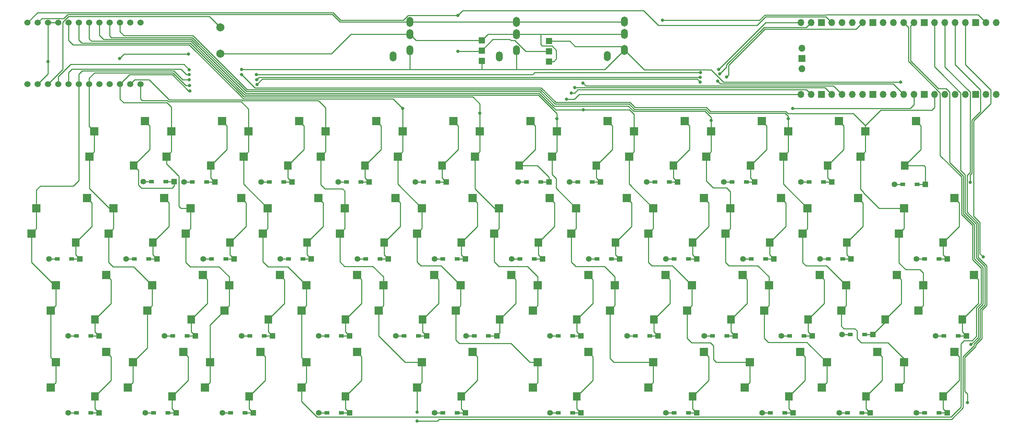
<source format=gbr>
G04 #@! TF.GenerationSoftware,KiCad,Pcbnew,(5.1.6-0-10_14)*
G04 #@! TF.CreationDate,2022-07-23T13:37:28+09:00*
G04 #@! TF.ProjectId,cool445,636f6f6c-3434-4352-9e6b-696361645f70,rev?*
G04 #@! TF.SameCoordinates,Original*
G04 #@! TF.FileFunction,Copper,L2,Bot*
G04 #@! TF.FilePolarity,Positive*
%FSLAX46Y46*%
G04 Gerber Fmt 4.6, Leading zero omitted, Abs format (unit mm)*
G04 Created by KiCad (PCBNEW (5.1.6-0-10_14)) date 2022-07-23 13:37:28*
%MOMM*%
%LPD*%
G01*
G04 APERTURE LIST*
G04 #@! TA.AperFunction,SMDPad,CuDef*
%ADD10R,1.300000X0.950000*%
G04 #@! TD*
G04 #@! TA.AperFunction,ComponentPad*
%ADD11C,1.397000*%
G04 #@! TD*
G04 #@! TA.AperFunction,ComponentPad*
%ADD12R,1.397000X1.397000*%
G04 #@! TD*
G04 #@! TA.AperFunction,SMDPad,CuDef*
%ADD13R,2.000000X2.000000*%
G04 #@! TD*
G04 #@! TA.AperFunction,SMDPad,CuDef*
%ADD14R,1.900000X2.000000*%
G04 #@! TD*
G04 #@! TA.AperFunction,ComponentPad*
%ADD15C,2.000000*%
G04 #@! TD*
G04 #@! TA.AperFunction,ComponentPad*
%ADD16O,1.700000X1.700000*%
G04 #@! TD*
G04 #@! TA.AperFunction,ComponentPad*
%ADD17R,1.700000X1.700000*%
G04 #@! TD*
G04 #@! TA.AperFunction,ComponentPad*
%ADD18C,1.524000*%
G04 #@! TD*
G04 #@! TA.AperFunction,ComponentPad*
%ADD19O,1.700000X2.500000*%
G04 #@! TD*
G04 #@! TA.AperFunction,SMDPad,CuDef*
%ADD20R,1.524000X1.524000*%
G04 #@! TD*
G04 #@! TA.AperFunction,ViaPad*
%ADD21C,0.800000*%
G04 #@! TD*
G04 #@! TA.AperFunction,Conductor*
%ADD22C,0.250000*%
G04 #@! TD*
G04 APERTURE END LIST*
D10*
X174438000Y-67150000D03*
D11*
X172403000Y-67150000D03*
D12*
X180023000Y-67150000D03*
D10*
X177988000Y-67150000D03*
X145863000Y-67150000D03*
D11*
X143828000Y-67150000D03*
D12*
X151448000Y-67150000D03*
D10*
X149413000Y-67150000D03*
X117288000Y-67150000D03*
D11*
X115253000Y-67150000D03*
D12*
X122873000Y-67150000D03*
D10*
X120838000Y-67150000D03*
X88713000Y-67150000D03*
D11*
X86678000Y-67150000D03*
D12*
X94298000Y-67150000D03*
D10*
X92263000Y-67150000D03*
X26800499Y-48100000D03*
D11*
X24765499Y-48100000D03*
D12*
X32385499Y-48100000D03*
D10*
X30350499Y-48100000D03*
X230955000Y-10560000D03*
D11*
X228920000Y-10560000D03*
D12*
X236540000Y-10560000D03*
D10*
X234505000Y-10560000D03*
X45325000Y-9940000D03*
D11*
X43290000Y-9940000D03*
D12*
X50910000Y-9940000D03*
D10*
X48875000Y-9940000D03*
X236350000Y-67150000D03*
D11*
X234315000Y-67150000D03*
D12*
X241935000Y-67150000D03*
D10*
X239900000Y-67150000D03*
X217300000Y-67150000D03*
D11*
X215265000Y-67150000D03*
D12*
X222885000Y-67150000D03*
D10*
X220850000Y-67150000D03*
X198250000Y-67150000D03*
D11*
X196215000Y-67150000D03*
D12*
X203835000Y-67150000D03*
D10*
X201800000Y-67150000D03*
X64900000Y-67150000D03*
D11*
X62865000Y-67150000D03*
D12*
X70485000Y-67150000D03*
D10*
X68450000Y-67150000D03*
X112525000Y-10000000D03*
D11*
X110490000Y-10000000D03*
D12*
X118110000Y-10000000D03*
D10*
X116075000Y-10000000D03*
X93475000Y-10000000D03*
D11*
X91440000Y-10000000D03*
D12*
X99060000Y-10000000D03*
D10*
X97025000Y-10000000D03*
D11*
X153352500Y-29050000D03*
D12*
X160972500Y-29050000D03*
D10*
X158937500Y-29050000D03*
X155387500Y-29050000D03*
D11*
X172402500Y-29050000D03*
D12*
X180022500Y-29050000D03*
D10*
X177987500Y-29050000D03*
X174437500Y-29050000D03*
D11*
X191452500Y-29050000D03*
D12*
X199072500Y-29050000D03*
D10*
X197037500Y-29050000D03*
X193487500Y-29050000D03*
D13*
X87150000Y-3700000D03*
D14*
X98050000Y-5900000D03*
D13*
X88350000Y2540000D03*
X100850000Y5080000D03*
X143712500Y-13970000D03*
X131212500Y-16510000D03*
D14*
X140912500Y-24950000D03*
D13*
X130012500Y-22750000D03*
X44287500Y-41800000D03*
D14*
X55187500Y-44000000D03*
D13*
X45487500Y-35560000D03*
X57987500Y-33020000D03*
X134187500Y-33020000D03*
X121687500Y-35560000D03*
D14*
X131387500Y-44000000D03*
D13*
X120487500Y-41800000D03*
X20475000Y-60850000D03*
D14*
X31375000Y-63050000D03*
D13*
X21675000Y-54610000D03*
X34175000Y-52070000D03*
X39525000Y-60850000D03*
D14*
X50425000Y-63050000D03*
D13*
X40725000Y-54610000D03*
X53225000Y-52070000D03*
D15*
X62340000Y28280000D03*
X62340000Y21780000D03*
D13*
X243725500Y-13970000D03*
X231225500Y-16510000D03*
D14*
X240925500Y-24950000D03*
D13*
X230025500Y-22750000D03*
X82388000Y-60850000D03*
D14*
X93288000Y-63050000D03*
D13*
X83588000Y-54610000D03*
X96088000Y-52070000D03*
X110963000Y-60850000D03*
D14*
X121863000Y-63050000D03*
D13*
X112163000Y-54610000D03*
X124663000Y-52070000D03*
X139538000Y-60850000D03*
D14*
X150438000Y-63050000D03*
D13*
X140738000Y-54610000D03*
X153238000Y-52070000D03*
D16*
X254030000Y29450000D03*
X251490000Y29450000D03*
D17*
X248950000Y29450000D03*
D16*
X246410000Y29450000D03*
X243870000Y29450000D03*
X241330000Y29450000D03*
X238790000Y29450000D03*
D17*
X236250000Y29450000D03*
D16*
X233710000Y29450000D03*
X231170000Y29450000D03*
X228630000Y29450000D03*
X226090000Y29450000D03*
D17*
X223550000Y29450000D03*
D16*
X221010000Y29450000D03*
X218470000Y29450000D03*
X215930000Y29450000D03*
X213390000Y29450000D03*
D17*
X210850000Y29450000D03*
D16*
X208310000Y29450000D03*
X205770000Y29450000D03*
X205770000Y11670000D03*
X208310000Y11670000D03*
D17*
X210850000Y11670000D03*
D16*
X213390000Y11670000D03*
X215930000Y11670000D03*
X218470000Y11670000D03*
X221010000Y11670000D03*
D17*
X223550000Y11670000D03*
D16*
X226090000Y11670000D03*
X228630000Y11670000D03*
X231170000Y11670000D03*
X233710000Y11670000D03*
D17*
X236250000Y11670000D03*
D16*
X238790000Y11670000D03*
X241330000Y11670000D03*
X243870000Y11670000D03*
X246410000Y11670000D03*
D17*
X248950000Y11670000D03*
D16*
X251490000Y11670000D03*
X254030000Y11670000D03*
X206000000Y23100000D03*
D17*
X206000000Y20560000D03*
D16*
X206000000Y18020000D03*
D18*
X14692000Y14201400D03*
X17232000Y14201400D03*
X19772000Y14201400D03*
X22312000Y14201400D03*
X24852000Y14201400D03*
X27392000Y14201400D03*
X29932000Y14201400D03*
X32472000Y14201400D03*
X35012000Y14201400D03*
X37552000Y14201400D03*
X40092000Y14201400D03*
X42632000Y14201400D03*
X42632000Y29421400D03*
X40092000Y29421400D03*
X37552000Y29421400D03*
X35012000Y29421400D03*
X32472000Y29421400D03*
X29932000Y29421400D03*
X27392000Y29421400D03*
X24852000Y29421400D03*
X22312000Y29421400D03*
X19772000Y29421400D03*
X17232000Y29421400D03*
X14692000Y29421400D03*
D10*
X98237500Y-29050000D03*
X101787500Y-29050000D03*
D12*
X103822500Y-29050000D03*
D11*
X96202500Y-29050000D03*
X115252500Y-29050000D03*
D12*
X122872500Y-29050000D03*
D10*
X120837500Y-29050000D03*
X117287500Y-29050000D03*
D13*
X219912500Y-13970000D03*
X207412500Y-16510000D03*
D14*
X217112500Y-24950000D03*
D13*
X206212500Y-22750000D03*
X153237500Y-33020000D03*
X140737500Y-35560000D03*
D14*
X150437500Y-44000000D03*
D13*
X139537500Y-41800000D03*
X172287500Y-33020000D03*
X159787500Y-35560000D03*
D14*
X169487500Y-44000000D03*
D13*
X158587500Y-41800000D03*
X224675000Y-52070000D03*
X212175000Y-54610000D03*
D14*
X221875000Y-63050000D03*
D13*
X210975000Y-60850000D03*
X230025000Y-60850000D03*
D14*
X240925000Y-63050000D03*
D13*
X231225000Y-54610000D03*
X243725000Y-52070000D03*
X30000000Y-3700000D03*
D14*
X40900000Y-5900000D03*
D13*
X31200000Y2540000D03*
X43700000Y5080000D03*
X158000000Y5080000D03*
X145500000Y2540000D03*
D14*
X155200000Y-5900000D03*
D13*
X144300000Y-3700000D03*
D10*
X45850000Y-67150000D03*
D11*
X43815000Y-67150000D03*
D12*
X51435000Y-67150000D03*
D10*
X49400000Y-67150000D03*
X26800000Y-67150000D03*
D11*
X24765000Y-67150000D03*
D12*
X32385000Y-67150000D03*
D10*
X30350000Y-67150000D03*
X241112500Y-48100000D03*
D11*
X239077500Y-48100000D03*
D12*
X246697500Y-48100000D03*
D10*
X244662500Y-48100000D03*
X218005000Y-47730000D03*
D11*
X215970000Y-47730000D03*
D12*
X223590000Y-47730000D03*
D10*
X221555000Y-47730000D03*
X203012500Y-48100000D03*
D11*
X200977500Y-48100000D03*
D12*
X208597500Y-48100000D03*
D10*
X206562500Y-48100000D03*
X183962500Y-48100000D03*
D11*
X181927500Y-48100000D03*
D12*
X189547500Y-48100000D03*
D10*
X187512500Y-48100000D03*
X164912500Y-48100000D03*
D11*
X162877500Y-48100000D03*
D12*
X170497500Y-48100000D03*
D10*
X168462500Y-48100000D03*
X145862500Y-48100000D03*
D11*
X143827500Y-48100000D03*
D12*
X151447500Y-48100000D03*
D10*
X149412500Y-48100000D03*
X125045000Y-48080000D03*
D11*
X123010000Y-48080000D03*
D12*
X130630000Y-48080000D03*
D10*
X128595000Y-48080000D03*
X107762500Y-48100000D03*
D11*
X105727500Y-48100000D03*
D12*
X113347500Y-48100000D03*
D10*
X111312500Y-48100000D03*
X88712500Y-48100000D03*
D11*
X86677500Y-48100000D03*
D12*
X94297500Y-48100000D03*
D10*
X92262500Y-48100000D03*
X69662500Y-48100000D03*
D11*
X67627500Y-48100000D03*
D12*
X75247500Y-48100000D03*
D10*
X73212500Y-48100000D03*
X50612500Y-48100000D03*
D11*
X48577500Y-48100000D03*
D12*
X56197500Y-48100000D03*
D10*
X54162500Y-48100000D03*
X207775000Y-10000000D03*
D11*
X205740000Y-10000000D03*
D12*
X213360000Y-10000000D03*
D10*
X211325000Y-10000000D03*
X188725000Y-10000000D03*
D11*
X186690000Y-10000000D03*
D12*
X194310000Y-10000000D03*
D10*
X192275000Y-10000000D03*
X169675000Y-10000000D03*
D11*
X167640000Y-10000000D03*
D12*
X175260000Y-10000000D03*
D10*
X173225000Y-10000000D03*
X150625000Y-10000000D03*
D11*
X148590000Y-10000000D03*
D12*
X156210000Y-10000000D03*
D10*
X154175000Y-10000000D03*
X137925000Y-10000000D03*
D11*
X135890000Y-10000000D03*
D12*
X143510000Y-10000000D03*
D10*
X141475000Y-10000000D03*
D11*
X234315500Y-29050000D03*
D12*
X241935500Y-29050000D03*
D10*
X239900500Y-29050000D03*
X236350500Y-29050000D03*
D13*
X162762500Y-13970000D03*
X150262500Y-16510000D03*
D14*
X159962500Y-24950000D03*
D13*
X149062500Y-22750000D03*
X200862500Y-13970000D03*
X188362500Y-16510000D03*
D14*
X198062500Y-24950000D03*
D13*
X187162500Y-22750000D03*
X77037500Y-33020000D03*
X64537500Y-35560000D03*
D14*
X74237500Y-44000000D03*
D13*
X63337500Y-41800000D03*
X82387500Y-41800000D03*
D14*
X93287500Y-44000000D03*
D13*
X83587500Y-35560000D03*
X96087500Y-33020000D03*
X101437500Y-41800000D03*
D14*
X112337500Y-44000000D03*
D13*
X102637500Y-35560000D03*
X115137500Y-33020000D03*
X220500000Y-3700000D03*
D14*
X231400000Y-5900000D03*
D13*
X221700000Y2540000D03*
X234200000Y5080000D03*
X34175499Y-33020000D03*
X21675499Y-35560000D03*
D14*
X31375499Y-44000000D03*
D13*
X20475499Y-41800000D03*
D10*
X74425000Y-10000000D03*
D11*
X72390000Y-10000000D03*
D12*
X80010000Y-10000000D03*
D10*
X77975000Y-10000000D03*
X55375000Y-10000000D03*
D11*
X53340000Y-10000000D03*
D12*
X60960000Y-10000000D03*
D10*
X58925000Y-10000000D03*
X22037500Y-29050000D03*
X25587500Y-29050000D03*
D12*
X27622500Y-29050000D03*
D11*
X20002500Y-29050000D03*
D10*
X41087500Y-29050000D03*
X44637500Y-29050000D03*
D12*
X46672500Y-29050000D03*
D11*
X39052500Y-29050000D03*
D10*
X60137500Y-29050000D03*
X63687500Y-29050000D03*
D12*
X65722500Y-29050000D03*
D11*
X58102500Y-29050000D03*
D10*
X79187500Y-29050000D03*
X82737500Y-29050000D03*
D12*
X84772500Y-29050000D03*
D11*
X77152500Y-29050000D03*
D13*
X177050000Y5080000D03*
X164550000Y2540000D03*
D14*
X174250000Y-5900000D03*
D13*
X163350000Y-3700000D03*
D11*
X134302500Y-29050000D03*
D12*
X141922500Y-29050000D03*
D10*
X139887500Y-29050000D03*
X136337500Y-29050000D03*
D11*
X210502500Y-29050000D03*
D12*
X218122500Y-29050000D03*
D10*
X216087500Y-29050000D03*
X212537500Y-29050000D03*
D19*
X135470000Y29610000D03*
X135470000Y26610000D03*
X135470000Y22610000D03*
X131270000Y21110000D03*
D20*
X126910000Y25090000D03*
X126910000Y22550000D03*
X126910000Y20010000D03*
X143520000Y24870000D03*
X143520000Y22330000D03*
X143520000Y19790000D03*
D13*
X62750000Y5080000D03*
X50250000Y2540000D03*
D14*
X59950000Y-5900000D03*
D13*
X49050000Y-3700000D03*
X68100000Y-3700000D03*
D14*
X79000000Y-5900000D03*
D13*
X69300000Y2540000D03*
X81800000Y5080000D03*
X119900000Y5080000D03*
X107400000Y2540000D03*
D14*
X117100000Y-5900000D03*
D13*
X106200000Y-3700000D03*
X125250000Y-3700000D03*
D14*
X136150000Y-5900000D03*
D13*
X126450000Y2540000D03*
X138950000Y5080000D03*
X196100000Y5080000D03*
X183600000Y2540000D03*
D14*
X193300000Y-5900000D03*
D13*
X182400000Y-3700000D03*
X201450000Y-3700000D03*
D14*
X212350000Y-5900000D03*
D13*
X202650000Y2540000D03*
X215150000Y5080000D03*
X29412500Y-13970000D03*
X16912500Y-16510000D03*
D14*
X26612500Y-24950000D03*
D13*
X15712500Y-22750000D03*
X34762500Y-22750000D03*
D14*
X45662500Y-24950000D03*
D13*
X35962500Y-16510000D03*
X48462500Y-13970000D03*
X67512500Y-13970000D03*
X55012500Y-16510000D03*
D14*
X64712500Y-24950000D03*
D13*
X53812500Y-22750000D03*
X72862500Y-22750000D03*
D14*
X83762500Y-24950000D03*
D13*
X74062500Y-16510000D03*
X86562500Y-13970000D03*
X91912500Y-22750000D03*
D14*
X102812500Y-24950000D03*
D13*
X93112500Y-16510000D03*
X105612500Y-13970000D03*
X124662500Y-13970000D03*
X112162500Y-16510000D03*
D14*
X121862500Y-24950000D03*
D13*
X110962500Y-22750000D03*
X181812500Y-13970000D03*
X169312500Y-16510000D03*
D14*
X179012500Y-24950000D03*
D13*
X168112500Y-22750000D03*
X177637500Y-41800000D03*
D14*
X188537500Y-44000000D03*
D13*
X178837500Y-35560000D03*
X191337500Y-33020000D03*
X210387500Y-33020000D03*
X197887500Y-35560000D03*
D14*
X207587500Y-44000000D03*
D13*
X196687500Y-41800000D03*
X215737500Y-41800000D03*
D14*
X226637500Y-44000000D03*
D13*
X216937500Y-35560000D03*
X229437500Y-33020000D03*
X248487500Y-33020000D03*
X235987500Y-35560000D03*
D14*
X245687500Y-44000000D03*
D13*
X234787500Y-41800000D03*
X58575000Y-60850000D03*
D14*
X69475000Y-63050000D03*
D13*
X59775000Y-54610000D03*
X72275000Y-52070000D03*
X191925000Y-60850000D03*
D14*
X202825000Y-63050000D03*
D13*
X193125000Y-54610000D03*
X205625000Y-52070000D03*
X181813000Y-52070000D03*
X169313000Y-54610000D03*
D14*
X179013000Y-63050000D03*
D13*
X168113000Y-60850000D03*
D19*
X104990000Y21110000D03*
X109190000Y22610000D03*
X109190000Y26610000D03*
X109190000Y29610000D03*
X162170000Y29670000D03*
X162170000Y26670000D03*
X162170000Y22670000D03*
X157970000Y21170000D03*
D21*
X247615000Y-10125000D03*
X250780000Y-28540000D03*
X247800000Y-50230000D03*
X246940000Y-64590000D03*
X171580000Y30050000D03*
X54440000Y21700000D03*
X37450000Y20600000D03*
X19772000Y19792000D03*
X230440030Y14710030D03*
X67560000Y17840000D03*
X54680000Y17810000D03*
X120980000Y22330000D03*
X120980000Y31210000D03*
X54820000Y12560000D03*
X71370000Y14160000D03*
X180920000Y14760000D03*
X187380000Y16000000D03*
X110910000Y-69190000D03*
X110910000Y-67010000D03*
X107400000Y8200000D03*
X147880000Y10500000D03*
X126450000Y7040000D03*
X149010000Y12040000D03*
X145500000Y5690000D03*
X149890000Y13360000D03*
X151960000Y14500000D03*
X151970000Y7850000D03*
X183600000Y5210000D03*
X185170000Y14980000D03*
X202650000Y5660000D03*
X203720000Y8230000D03*
X71250000Y16600000D03*
X54680000Y15280000D03*
X180950000Y17075000D03*
X185460000Y17890000D03*
X54760000Y13870000D03*
X71320000Y15340000D03*
X180920000Y15920000D03*
X185740000Y16750000D03*
X67555000Y16625000D03*
X54670000Y16590000D03*
D22*
X59950000Y-5900000D02*
X59950000Y-8990000D01*
X59950000Y-8990000D02*
X60960000Y-10000000D01*
X58925000Y-10000000D02*
X60960000Y-10000000D01*
X62750000Y5080000D02*
X63925001Y3904999D01*
X63925001Y3904999D02*
X63925001Y-1924999D01*
X63925001Y-1924999D02*
X59950000Y-5900000D01*
X148590000Y-10000000D02*
X150625000Y-10000000D01*
X110490000Y-10000000D02*
X112525000Y-10000000D01*
X91440000Y-10000000D02*
X93475000Y-10000000D01*
X135890000Y-10000000D02*
X137925000Y-10000000D01*
X53340000Y-10000000D02*
X55375000Y-10000000D01*
X43290000Y-9940000D02*
X45325000Y-9940000D01*
X72390000Y-10000000D02*
X74425000Y-10000000D01*
X243870000Y29450000D02*
X243870000Y19035002D01*
X243870000Y19035002D02*
X250125001Y12780001D01*
X228920000Y-10560000D02*
X230955000Y-10560000D01*
X205740000Y-10000000D02*
X207775000Y-10000000D01*
X186690000Y-10000000D02*
X188725000Y-10000000D01*
X167640000Y-10000000D02*
X169675000Y-10000000D01*
X250125001Y12780001D02*
X250125001Y7445001D01*
X247615000Y-10125000D02*
X247615000Y-8241410D01*
X247615000Y-8241410D02*
X248035011Y-7821399D01*
X248035011Y5355011D02*
X249420000Y6740000D01*
X249420000Y6740000D02*
X250125001Y7445001D01*
X248035011Y-7821399D02*
X248035011Y5355011D01*
X249060000Y6380000D02*
X249420000Y6740000D01*
X79000000Y-5900000D02*
X79000000Y-8990000D01*
X79000000Y-8990000D02*
X80010000Y-10000000D01*
X77975000Y-10000000D02*
X80010000Y-10000000D01*
X81800000Y5080000D02*
X82975001Y3904999D01*
X82975001Y3904999D02*
X82975001Y-1924999D01*
X82975001Y-1924999D02*
X79000000Y-5900000D01*
X98050000Y-5900000D02*
X98050000Y-8990000D01*
X98050000Y-8990000D02*
X99060000Y-10000000D01*
X97025000Y-10000000D02*
X99060000Y-10000000D01*
X100850000Y5080000D02*
X102025001Y3904999D01*
X102025001Y3904999D02*
X102025001Y-1924999D01*
X102025001Y-1924999D02*
X98050000Y-5900000D01*
X117100000Y-5900000D02*
X117100000Y-8990000D01*
X117100000Y-8990000D02*
X118110000Y-10000000D01*
X116075000Y-10000000D02*
X118110000Y-10000000D01*
X119900000Y5080000D02*
X121075001Y3904999D01*
X121075001Y-1924999D02*
X117100000Y-5900000D01*
X121075001Y3904999D02*
X121075001Y-1924999D01*
X143510000Y-8780000D02*
X140630000Y-5900000D01*
X140630000Y-5900000D02*
X136150000Y-5900000D01*
X143510000Y-10000000D02*
X143510000Y-8780000D01*
X141475000Y-10000000D02*
X143510000Y-10000000D01*
X138950000Y5080000D02*
X140125001Y3904999D01*
X140125001Y3904999D02*
X140125001Y-1924999D01*
X140125001Y-1924999D02*
X136150000Y-5900000D01*
X158000000Y5080000D02*
X159175001Y3904999D01*
X155200000Y-5900000D02*
X155200000Y-8990000D01*
X155200000Y-8990000D02*
X156210000Y-10000000D01*
X154175000Y-10000000D02*
X156210000Y-10000000D01*
X159175001Y3904999D02*
X159175001Y-1924999D01*
X159175001Y-1924999D02*
X155200000Y-5900000D01*
X177050000Y5080000D02*
X178225001Y3904999D01*
X174250000Y-5900000D02*
X174250000Y-8990000D01*
X174250000Y-8990000D02*
X175260000Y-10000000D01*
X173225000Y-10000000D02*
X175260000Y-10000000D01*
X178225001Y3904999D02*
X178225001Y-1924999D01*
X178225001Y-1924999D02*
X174250000Y-5900000D01*
X193300000Y-5900000D02*
X193300000Y-8990000D01*
X193300000Y-8990000D02*
X194310000Y-10000000D01*
X192275000Y-10000000D02*
X194310000Y-10000000D01*
X196100000Y5080000D02*
X197275001Y3904999D01*
X197275001Y-1924999D02*
X193300000Y-5900000D01*
X197275001Y3904999D02*
X197275001Y-1924999D01*
X212350000Y-5900000D02*
X212350000Y-8990000D01*
X212350000Y-8990000D02*
X213360000Y-10000000D01*
X211325000Y-10000000D02*
X213360000Y-10000000D01*
X215150000Y5080000D02*
X216325001Y3904999D01*
X216325001Y3904999D02*
X216325001Y-1924999D01*
X216325001Y-1924999D02*
X212350000Y-5900000D01*
X25587500Y-29050000D02*
X27622500Y-29050000D01*
X26612500Y-24950000D02*
X26612500Y-28040000D01*
X26612500Y-28040000D02*
X27622500Y-29050000D01*
X29450000Y-13932500D02*
X29412500Y-13970000D01*
X29412500Y-13970000D02*
X30587501Y-15145001D01*
X30587501Y-15145001D02*
X30587501Y-20974999D01*
X30587501Y-20974999D02*
X26612500Y-24950000D01*
X234315500Y-29050000D02*
X236350500Y-29050000D01*
X212537500Y-29050000D02*
X211670000Y-29050000D01*
X211670000Y-29050000D02*
X211063910Y-29050000D01*
X210502500Y-29050000D02*
X211670000Y-29050000D01*
X211063910Y-29050000D02*
X210783205Y-28769295D01*
X20002500Y-29050000D02*
X22037500Y-29050000D01*
X39052500Y-29050000D02*
X41087500Y-29050000D01*
X58102500Y-29050000D02*
X60137500Y-29050000D01*
X77152500Y-29050000D02*
X79187500Y-29050000D01*
X96202500Y-29050000D02*
X98237500Y-29050000D01*
X115252500Y-29050000D02*
X117287500Y-29050000D01*
X134302500Y-29050000D02*
X136337500Y-29050000D01*
X153352500Y-29050000D02*
X155387500Y-29050000D01*
X172402500Y-29050000D02*
X174437500Y-29050000D01*
X191452500Y-29050000D02*
X193487500Y-29050000D01*
X252665001Y9348591D02*
X252665001Y12845001D01*
X252665001Y12845001D02*
X252594999Y12845001D01*
X252594999Y12845001D02*
X246410000Y19030000D01*
X246410000Y19030000D02*
X246410000Y29450000D01*
X248430000Y-10180000D02*
X248430000Y-18454360D01*
X249753205Y6436795D02*
X249753205Y6413205D01*
X249753205Y6413205D02*
X248485021Y5145021D01*
X249753205Y6436795D02*
X252665001Y9348591D01*
X248430000Y-18454360D02*
X249990040Y-20014400D01*
X249510010Y6193600D02*
X249753205Y6436795D01*
X249990040Y-20014400D02*
X249990040Y-27750040D01*
X249990040Y-27750040D02*
X250780000Y-28540000D01*
X248485021Y5155021D02*
X248485021Y-10124979D01*
X249753205Y6436795D02*
X249753205Y6423205D01*
X248485021Y-10124979D02*
X248430000Y-10180000D01*
X249753205Y6423205D02*
X248485021Y5155021D01*
X45662500Y-24950000D02*
X45662500Y-28040000D01*
X45662500Y-28040000D02*
X46672500Y-29050000D01*
X44637500Y-29050000D02*
X46672500Y-29050000D01*
X48490000Y-13942500D02*
X48462500Y-13970000D01*
X48462500Y-13970000D02*
X49637501Y-15145001D01*
X49637501Y-15145001D02*
X49637501Y-20974999D01*
X49637501Y-20974999D02*
X45662500Y-24950000D01*
X64712500Y-24950000D02*
X64712500Y-28040000D01*
X64712500Y-28040000D02*
X65722500Y-29050000D01*
X63687500Y-29050000D02*
X65722500Y-29050000D01*
X67700000Y-13782500D02*
X67512500Y-13970000D01*
X67512500Y-13970000D02*
X68687501Y-15145001D01*
X68687501Y-15145001D02*
X68687501Y-20974999D01*
X68687501Y-20974999D02*
X64712500Y-24950000D01*
X83762500Y-24950000D02*
X83762500Y-28040000D01*
X83762500Y-28040000D02*
X84772500Y-29050000D01*
X82737500Y-29050000D02*
X84772500Y-29050000D01*
X86600000Y-13932500D02*
X86562500Y-13970000D01*
X86562500Y-13970000D02*
X87737501Y-15145001D01*
X87737501Y-15145001D02*
X87737501Y-20974999D01*
X87737501Y-20974999D02*
X83762500Y-24950000D01*
X102812500Y-24950000D02*
X102812500Y-28040000D01*
X102812500Y-28040000D02*
X103822500Y-29050000D01*
X101787500Y-29050000D02*
X103822500Y-29050000D01*
X105710000Y-13872500D02*
X105612500Y-13970000D01*
X105612500Y-13970000D02*
X106787501Y-15145001D01*
X106787501Y-15145001D02*
X106787501Y-20974999D01*
X106787501Y-20974999D02*
X102812500Y-24950000D01*
X121862500Y-24950000D02*
X121862500Y-28040000D01*
X121862500Y-28040000D02*
X122872500Y-29050000D01*
X120837500Y-29050000D02*
X122872500Y-29050000D01*
X124790000Y-13842500D02*
X124662500Y-13970000D01*
X124662500Y-13970000D02*
X125837501Y-15145001D01*
X125837501Y-15145001D02*
X125837501Y-20974999D01*
X125837501Y-20974999D02*
X121862500Y-24950000D01*
X140912500Y-24950000D02*
X140912500Y-28040000D01*
X140912500Y-28040000D02*
X141922500Y-29050000D01*
X139887500Y-29050000D02*
X141922500Y-29050000D01*
X143770000Y-13912500D02*
X143712500Y-13970000D01*
X143712500Y-13970000D02*
X144887501Y-15145001D01*
X144887501Y-15145001D02*
X144887501Y-20974999D01*
X144887501Y-20974999D02*
X140912500Y-24950000D01*
X159962500Y-24950000D02*
X159962500Y-28040000D01*
X159962500Y-28040000D02*
X160972500Y-29050000D01*
X158937500Y-29050000D02*
X160972500Y-29050000D01*
X163030000Y-13702500D02*
X162762500Y-13970000D01*
X162762500Y-13970000D02*
X163937501Y-15145001D01*
X163937501Y-15145001D02*
X163937501Y-20974999D01*
X163937501Y-20974999D02*
X159962500Y-24950000D01*
X179012500Y-24950000D02*
X179012500Y-28040000D01*
X179012500Y-28040000D02*
X180022500Y-29050000D01*
X177987500Y-29050000D02*
X180022500Y-29050000D01*
X182160000Y-13622500D02*
X181812500Y-13970000D01*
X181812500Y-13970000D02*
X182987501Y-15145001D01*
X182987501Y-20974999D02*
X179012500Y-24950000D01*
X182987501Y-15145001D02*
X182987501Y-20974999D01*
X200862500Y-13970000D02*
X202037501Y-15145001D01*
X202037501Y-15145001D02*
X202037501Y-20974999D01*
X202037501Y-20974999D02*
X198062500Y-24950000D01*
X198062500Y-24950000D02*
X198062500Y-28040000D01*
X198062500Y-28040000D02*
X199072500Y-29050000D01*
X197037500Y-29050000D02*
X199072500Y-29050000D01*
X201070000Y-13762500D02*
X200862500Y-13970000D01*
X218122500Y-29050000D02*
X216087500Y-29050000D01*
X217112500Y-24950000D02*
X217112500Y-28040000D01*
X217112500Y-28040000D02*
X218122500Y-29050000D01*
X219980000Y-13902500D02*
X219912500Y-13970000D01*
X219912500Y-13970000D02*
X221087501Y-15145001D01*
X221087501Y-15145001D02*
X221087501Y-20974999D01*
X221087501Y-20974999D02*
X217112500Y-24950000D01*
X56197500Y-48100000D02*
X54162500Y-48100000D01*
X55187500Y-44000000D02*
X55187500Y-47090000D01*
X55187500Y-47090000D02*
X56197500Y-48100000D01*
X57987500Y-33020000D02*
X59162501Y-34195001D01*
X59162501Y-34195001D02*
X59162501Y-40024999D01*
X59162501Y-40024999D02*
X55187500Y-44000000D01*
X234537706Y18297706D02*
X234740404Y18095008D01*
X232860001Y19975411D02*
X234537706Y18297706D01*
X233710000Y29450000D02*
X232860001Y28600001D01*
X232860001Y28600001D02*
X232860001Y19975411D01*
X200977500Y-48100000D02*
X203012500Y-48100000D01*
X181927500Y-48100000D02*
X183962500Y-48100000D01*
X162877500Y-48100000D02*
X164912500Y-48100000D01*
X143827500Y-48100000D02*
X145862500Y-48100000D01*
X125045000Y-48080000D02*
X123010000Y-48080000D01*
X105727500Y-48100000D02*
X107762500Y-48100000D01*
X86677500Y-48100000D02*
X88712500Y-48100000D01*
X67627500Y-48100000D02*
X69662500Y-48100000D01*
X48577500Y-48100000D02*
X50612500Y-48100000D01*
X24765499Y-48100000D02*
X26800499Y-48100000D01*
X239077500Y-48100000D02*
X241112500Y-48100000D01*
X215970000Y-47730000D02*
X218005000Y-47730000D01*
X248640010Y-20573600D02*
X245900010Y-17833600D01*
X249355000Y-48651410D02*
X249600010Y-48406400D01*
X242505001Y-5168591D02*
X242505001Y12234001D01*
X239755412Y13080000D02*
X234537706Y18297706D01*
X249600010Y-48406400D02*
X249600010Y-41360310D01*
X241659002Y13080000D02*
X239755412Y13080000D01*
X247800000Y-50230000D02*
X249355000Y-48675000D01*
X245900010Y-8563600D02*
X242505001Y-5168591D01*
X250760010Y-40200310D02*
X250760010Y-31123600D01*
X248640010Y-29003600D02*
X248640010Y-20573600D01*
X250760010Y-31123600D02*
X248640010Y-29003600D01*
X242505001Y12234001D02*
X241659002Y13080000D01*
X249600010Y-41360310D02*
X250760010Y-40200310D01*
X249355000Y-48675000D02*
X249355000Y-48651410D01*
X245900010Y-17833600D02*
X245900010Y-8563600D01*
X75247500Y-48100000D02*
X73212500Y-48100000D01*
X74237500Y-44000000D02*
X74237500Y-47090000D01*
X74237500Y-47090000D02*
X75247500Y-48100000D01*
X77037500Y-33020000D02*
X78212501Y-34195001D01*
X78212501Y-34195001D02*
X78212501Y-40024999D01*
X78212501Y-40024999D02*
X74237500Y-44000000D01*
X93287500Y-44000000D02*
X93287500Y-47090000D01*
X93287500Y-47090000D02*
X94297500Y-48100000D01*
X92262500Y-48100000D02*
X94297500Y-48100000D01*
X96087500Y-33020000D02*
X97262501Y-34195001D01*
X97262501Y-34195001D02*
X97262501Y-40024999D01*
X97262501Y-40024999D02*
X93287500Y-44000000D01*
X113347500Y-48100000D02*
X111312500Y-48100000D01*
X112337500Y-44000000D02*
X112337500Y-47090000D01*
X112337500Y-47090000D02*
X113347500Y-48100000D01*
X115137500Y-33020000D02*
X116312501Y-34195001D01*
X116312501Y-34195001D02*
X116312501Y-40024999D01*
X116312501Y-40024999D02*
X112337500Y-44000000D01*
X130630000Y-48080000D02*
X128595000Y-48080000D01*
X131387500Y-44000000D02*
X131387500Y-47322500D01*
X131387500Y-47322500D02*
X130630000Y-48080000D01*
X134187500Y-33020000D02*
X135362501Y-34195001D01*
X135362501Y-34195001D02*
X135362501Y-40024999D01*
X135362501Y-40024999D02*
X131387500Y-44000000D01*
X154412501Y-40024999D02*
X150437500Y-44000000D01*
X151447500Y-48100000D02*
X149412500Y-48100000D01*
X150437500Y-44000000D02*
X150437500Y-47090000D01*
X150437500Y-47090000D02*
X151447500Y-48100000D01*
X153237500Y-33020000D02*
X154412501Y-34195001D01*
X154412501Y-34195001D02*
X154412501Y-40024999D01*
X170497500Y-48100000D02*
X168462500Y-48100000D01*
X169487500Y-44000000D02*
X169487500Y-47090000D01*
X169487500Y-47090000D02*
X170497500Y-48100000D01*
X172287500Y-33020000D02*
X173462501Y-34195001D01*
X173462501Y-34195001D02*
X173462501Y-40024999D01*
X173462501Y-40024999D02*
X169487500Y-44000000D01*
X188537500Y-44000000D02*
X188537500Y-47090000D01*
X188537500Y-47090000D02*
X189547500Y-48100000D01*
X187512500Y-48100000D02*
X189547500Y-48100000D01*
X191337500Y-33020000D02*
X192512501Y-34195001D01*
X192512501Y-40024999D02*
X188537500Y-44000000D01*
X192512501Y-34195001D02*
X192512501Y-40024999D01*
X207587500Y-44000000D02*
X207587500Y-47090000D01*
X207587500Y-47090000D02*
X208597500Y-48100000D01*
X206562500Y-48100000D02*
X208597500Y-48100000D01*
X210387500Y-33020000D02*
X211562501Y-34195001D01*
X211562501Y-34195001D02*
X211562501Y-40024999D01*
X211562501Y-40024999D02*
X207587500Y-44000000D01*
X226637500Y-44000000D02*
X226637500Y-44682500D01*
X226637500Y-44682500D02*
X223590000Y-47730000D01*
X221555000Y-47730000D02*
X223590000Y-47730000D01*
X229437500Y-33020000D02*
X230612501Y-34195001D01*
X230612501Y-34195001D02*
X230612501Y-40024999D01*
X230612501Y-40024999D02*
X226637500Y-44000000D01*
X245687500Y-44000000D02*
X245687500Y-47090000D01*
X245687500Y-47090000D02*
X246697500Y-48100000D01*
X244662500Y-48100000D02*
X246697500Y-48100000D01*
X248487500Y-33020000D02*
X249662501Y-34195001D01*
X249662501Y-34195001D02*
X249662501Y-40024999D01*
X249662501Y-40024999D02*
X245687500Y-44000000D01*
X32385000Y-67150000D02*
X30350000Y-67150000D01*
X31375000Y-63050000D02*
X31375000Y-66140000D01*
X31375000Y-66140000D02*
X32385000Y-67150000D01*
X34175000Y-52070000D02*
X35350001Y-53245001D01*
X35350001Y-53245001D02*
X35350001Y-59074999D01*
X35350001Y-59074999D02*
X31375000Y-63050000D01*
X26800000Y-67150000D02*
X24765000Y-67150000D01*
X45850000Y-67150000D02*
X43815000Y-67150000D01*
X64900000Y-67150000D02*
X62865000Y-67150000D01*
X88713000Y-67150000D02*
X86678000Y-67150000D01*
X115253000Y-67150000D02*
X117288000Y-67150000D01*
X143828000Y-67150000D02*
X145863000Y-67150000D01*
X174438000Y-67150000D02*
X172403000Y-67150000D01*
X198250000Y-67150000D02*
X196215000Y-67150000D01*
X217300000Y-67150000D02*
X215265000Y-67150000D01*
X236350000Y-67150000D02*
X234315000Y-67150000D01*
X248975011Y-50731399D02*
X246250030Y-53456380D01*
X248975011Y-50327809D02*
X248975011Y-50731399D01*
X246250030Y-61830030D02*
X246940000Y-62520000D01*
X250500030Y-48802790D02*
X248975011Y-50327809D01*
X251660029Y-30750799D02*
X251660030Y-40573110D01*
X246250030Y-53456380D02*
X246250030Y-61830030D01*
X246940000Y-62700000D02*
X246940000Y-64590000D01*
X249540030Y-20200800D02*
X249540030Y-28630800D01*
X251660030Y-40573110D02*
X250500030Y-41733110D01*
X249540030Y-28630800D02*
X251660029Y-30750799D01*
X250500030Y-41733110D02*
X250500030Y-48802790D01*
X241330000Y29450000D02*
X241330000Y18489002D01*
X246940000Y-62520000D02*
X246940000Y-62700000D01*
X247585001Y12234001D02*
X247585001Y-7634999D01*
X246800030Y-17460800D02*
X249540030Y-20200800D01*
X246800030Y-8419970D02*
X246800030Y-17460800D01*
X241330000Y18489002D02*
X247585001Y12234001D01*
X247585001Y-7634999D02*
X246800030Y-8419970D01*
X51435000Y-67150000D02*
X49400000Y-67150000D01*
X50425000Y-63050000D02*
X50425000Y-66140000D01*
X50425000Y-66140000D02*
X51435000Y-67150000D01*
X53225000Y-52070000D02*
X54400001Y-53245001D01*
X54400001Y-53245001D02*
X54400001Y-59074999D01*
X54400001Y-59074999D02*
X50425000Y-63050000D01*
X70485000Y-67150000D02*
X68450000Y-67150000D01*
X69475000Y-63050000D02*
X69475000Y-66140000D01*
X69475000Y-66140000D02*
X70485000Y-67150000D01*
X72275000Y-52070000D02*
X73450001Y-53245001D01*
X73450001Y-53245001D02*
X73450001Y-59074999D01*
X73450001Y-59074999D02*
X69475000Y-63050000D01*
X203835000Y-67150000D02*
X201800000Y-67150000D01*
X202825000Y-63050000D02*
X202825000Y-66140000D01*
X202825000Y-66140000D02*
X203835000Y-67150000D01*
X205625000Y-52070000D02*
X206800001Y-53245001D01*
X206800001Y-53245001D02*
X206800001Y-59074999D01*
X206800001Y-59074999D02*
X202825000Y-63050000D01*
X220850000Y-67150000D02*
X222885000Y-67150000D01*
X221875000Y-63050000D02*
X221875000Y-66140000D01*
X221875000Y-66140000D02*
X222885000Y-67150000D01*
X224675000Y-52070000D02*
X225850001Y-53245001D01*
X225850001Y-53245001D02*
X225850001Y-59074999D01*
X225850001Y-59074999D02*
X221875000Y-63050000D01*
X241935000Y-67150000D02*
X239900000Y-67150000D01*
X240925000Y-63050000D02*
X240925000Y-66140000D01*
X240925000Y-66140000D02*
X241935000Y-67150000D01*
X243725000Y-52070000D02*
X244900001Y-53245001D01*
X244900001Y-53245001D02*
X244900001Y-59074999D01*
X244900001Y-59074999D02*
X240925000Y-63050000D01*
X40900000Y-5900000D02*
X42130000Y-7130000D01*
X42130000Y-7130000D02*
X42130000Y-10750000D01*
X42869990Y-11489990D02*
X50400010Y-11489990D01*
X42130000Y-10750000D02*
X42869990Y-11489990D01*
X50400010Y-11489990D02*
X50910000Y-10980000D01*
X50910000Y-10980000D02*
X50910000Y-9940000D01*
X48875000Y-9940000D02*
X50910000Y-9940000D01*
X43700000Y5080000D02*
X44875001Y3904999D01*
X44875001Y-1924999D02*
X40900000Y-5900000D01*
X44875001Y3904999D02*
X44875001Y-1924999D01*
X231400000Y-5900000D02*
X236150000Y-5900000D01*
X236150000Y-5900000D02*
X236540000Y-6290000D01*
X236540000Y-6290000D02*
X236540000Y-7675011D01*
X236540000Y-7675011D02*
X236540000Y-10560000D01*
X234505000Y-10560000D02*
X236540000Y-10560000D01*
X234200000Y5080000D02*
X235375001Y3904999D01*
X235375001Y3904999D02*
X235375001Y-1924999D01*
X235375001Y-1924999D02*
X231400000Y-5900000D01*
X240925500Y-24950000D02*
X240925500Y-28040000D01*
X240925500Y-28040000D02*
X241935500Y-29050000D01*
X239900500Y-29050000D02*
X241935500Y-29050000D01*
X243725500Y-13970000D02*
X244900501Y-15145001D01*
X244900501Y-15145001D02*
X244900501Y-20974999D01*
X244900501Y-20974999D02*
X240925500Y-24950000D01*
X31375499Y-44000000D02*
X31375499Y-47090000D01*
X31375499Y-47090000D02*
X32385499Y-48100000D01*
X30350499Y-48100000D02*
X32385499Y-48100000D01*
X34175499Y-33020000D02*
X35350500Y-34195001D01*
X35350500Y-34195001D02*
X35350500Y-40024999D01*
X35350500Y-40024999D02*
X31375499Y-44000000D01*
X94298000Y-67150000D02*
X92263000Y-67150000D01*
X93288000Y-63050000D02*
X93288000Y-66140000D01*
X93288000Y-66140000D02*
X94298000Y-67150000D01*
X96088000Y-52070000D02*
X97263001Y-53245001D01*
X97263001Y-59074999D02*
X93288000Y-63050000D01*
X97263001Y-53245001D02*
X97263001Y-59074999D01*
X122873000Y-67150000D02*
X120838000Y-67150000D01*
X121863000Y-63050000D02*
X121863000Y-66140000D01*
X121863000Y-66140000D02*
X122873000Y-67150000D01*
X124663000Y-52070000D02*
X125838001Y-53245001D01*
X125838001Y-53245001D02*
X125838001Y-59074999D01*
X125838001Y-59074999D02*
X121863000Y-63050000D01*
X154413001Y-59074999D02*
X150438000Y-63050000D01*
X151448000Y-67150000D02*
X149413000Y-67150000D01*
X150438000Y-63050000D02*
X150438000Y-66140000D01*
X150438000Y-66140000D02*
X151448000Y-67150000D01*
X153238000Y-52070000D02*
X154413001Y-53245001D01*
X154413001Y-53245001D02*
X154413001Y-59074999D01*
X180023000Y-67150000D02*
X177988000Y-67150000D01*
X179013000Y-63050000D02*
X179013000Y-66140000D01*
X179013000Y-66140000D02*
X180023000Y-67150000D01*
X181813000Y-52070000D02*
X182988001Y-53245001D01*
X182988001Y-53245001D02*
X182988001Y-59074999D01*
X182988001Y-59074999D02*
X179013000Y-63050000D01*
X196863599Y31360009D02*
X195553590Y30050000D01*
X195553590Y30050000D02*
X171580000Y30050000D01*
X212106410Y31370000D02*
X211930000Y31370000D01*
X211930000Y31370000D02*
X211920010Y31360010D01*
X211920010Y31360010D02*
X196863599Y31360009D01*
X249570000Y31370000D02*
X212106410Y31370000D01*
X251490000Y29450000D02*
X249570000Y31370000D01*
X24645437Y31460009D02*
X90030993Y31460009D01*
X90030993Y31460009D02*
X91881002Y29610000D01*
X91881002Y29610000D02*
X109190000Y29610000D01*
X17232000Y29421400D02*
X18319001Y30508401D01*
X23693829Y30508401D02*
X24645437Y31460009D01*
X18319001Y30508401D02*
X23693829Y30508401D01*
X135470000Y29610000D02*
X162110000Y29610000D01*
X162110000Y29610000D02*
X162170000Y29670000D01*
X109190000Y29610000D02*
X135470000Y29610000D01*
X37450000Y20600000D02*
X38550000Y21700000D01*
X38550000Y21700000D02*
X54440000Y21700000D01*
X19772000Y19792000D02*
X19772000Y16741400D01*
X144289002Y23670000D02*
X145354501Y22604501D01*
X144690000Y19790000D02*
X145354501Y20454501D01*
X145354501Y20454501D02*
X145354501Y22604501D01*
X143520000Y19790000D02*
X144690000Y19790000D01*
X141860000Y23670000D02*
X144289002Y23670000D01*
X141520000Y24010000D02*
X141860000Y23670000D01*
X141520000Y26610000D02*
X162110000Y26610000D01*
X141520000Y26610000D02*
X141520000Y24010000D01*
X135470000Y26610000D02*
X141520000Y26610000D01*
X126910000Y25090000D02*
X110710000Y25090000D01*
X110710000Y25090000D02*
X109190000Y26610000D01*
X135470000Y26610000D02*
X128430000Y26610000D01*
X128430000Y26610000D02*
X126910000Y25090000D01*
X162110000Y26610000D02*
X162170000Y26670000D01*
X135470000Y26610000D02*
X136700000Y26610000D01*
X22312000Y29421400D02*
X19772000Y29421400D01*
X19772000Y29421400D02*
X19772000Y19792000D01*
X19772000Y16741400D02*
X17232000Y14201400D01*
X133340000Y26610000D02*
X135470000Y26610000D01*
X89760000Y21780000D02*
X94590000Y26610000D01*
X94590000Y26610000D02*
X109190000Y26610000D01*
X62340000Y21780000D02*
X89760000Y21780000D01*
X230440030Y14710030D02*
X186649970Y14710030D01*
X25320000Y19100000D02*
X53390000Y19100000D01*
X53390000Y19100000D02*
X54680000Y17810000D01*
X23010000Y16790000D02*
X25320000Y19100000D01*
X22312000Y16042000D02*
X23010000Y16740000D01*
X23010000Y16740000D02*
X23010000Y16790000D01*
X183560000Y17800000D02*
X167040000Y17800000D01*
X167040000Y17800000D02*
X162170000Y22670000D01*
X186649970Y14710030D02*
X183560000Y17800000D01*
X150004999Y23544999D02*
X161295001Y23544999D01*
X143520000Y24870000D02*
X148679998Y24870000D01*
X148679998Y24870000D02*
X150004999Y23544999D01*
X161295001Y23544999D02*
X162170000Y22670000D01*
X158800000Y19300000D02*
X159015000Y19515000D01*
X157340000Y17840000D02*
X159015000Y19515000D01*
X159015000Y19515000D02*
X162170000Y22670000D01*
X135500000Y17840000D02*
X157340000Y17840000D01*
X109280000Y17840000D02*
X126910000Y17840000D01*
X126910000Y17840000D02*
X135500000Y17840000D01*
X126910000Y20010000D02*
X126910000Y17840000D01*
X135500000Y17840000D02*
X135470000Y17870000D01*
X135470000Y17870000D02*
X135470000Y22610000D01*
X109280000Y17840000D02*
X109190000Y17930000D01*
X109190000Y17930000D02*
X109190000Y22610000D01*
X67560000Y17840000D02*
X109280000Y17840000D01*
X22312000Y14201400D02*
X22312000Y16042000D01*
X166934999Y32395001D02*
X122165001Y32395001D01*
X170540000Y28790000D02*
X166934999Y32395001D01*
X194930000Y28790000D02*
X170540000Y28790000D01*
X197050000Y30910000D02*
X194930000Y28790000D01*
X211930000Y30910000D02*
X197050000Y30910000D01*
X213390000Y29450000D02*
X211930000Y30910000D01*
X122165001Y32395001D02*
X120980000Y31210000D01*
X137510858Y22630858D02*
X135106725Y25034990D01*
X137811716Y22330000D02*
X137510858Y22630858D01*
X143520000Y22330000D02*
X137811716Y22330000D01*
X135106725Y25034990D02*
X134114012Y25034990D01*
X134114012Y25034990D02*
X133814001Y25335001D01*
X133814001Y25335001D02*
X129695001Y25335001D01*
X129695001Y25335001D02*
X126910000Y22550000D01*
X120980000Y22330000D02*
X126690000Y22330000D01*
X126690000Y22330000D02*
X126910000Y22550000D01*
X108728285Y31210000D02*
X120980000Y31210000D01*
X14692000Y29421400D02*
X17180618Y31910018D01*
X17180618Y31910018D02*
X90217394Y31910018D01*
X90217394Y31910018D02*
X92067402Y30060010D01*
X92067402Y30060010D02*
X107578295Y30060010D01*
X107578295Y30060010D02*
X108728285Y31210000D01*
X39950570Y16599970D02*
X49720030Y16599970D01*
X50453590Y16599970D02*
X49720030Y16599970D01*
X49720030Y16599970D02*
X50420030Y16599970D01*
X54493560Y12560000D02*
X50453590Y16599970D01*
X54820000Y12560000D02*
X54493560Y12560000D01*
X73700000Y15469990D02*
X72679990Y15469990D01*
X72679990Y15469990D02*
X71370000Y14160000D01*
X96239990Y15469990D02*
X73700000Y15469990D01*
X180210010Y15469990D02*
X96239990Y15469990D01*
X180920000Y14760000D02*
X180210010Y15469990D01*
X187890010Y16510010D02*
X187380000Y16000000D01*
X187890010Y18843600D02*
X187890010Y16510010D01*
X196871399Y27824989D02*
X187890010Y18843600D01*
X219384989Y27824989D02*
X196871399Y27824989D01*
X221010000Y29450000D02*
X219384989Y27824989D01*
X37552000Y14201400D02*
X39950570Y16599970D01*
X38460000Y9620000D02*
X37552000Y10528000D01*
X37552000Y10528000D02*
X37552000Y14201400D01*
X49140000Y9620000D02*
X38460000Y9620000D01*
X50250000Y8510000D02*
X49140000Y9620000D01*
X50250000Y2540000D02*
X50250000Y8510000D01*
X52110000Y-16030000D02*
X52590000Y-16510000D01*
X52590000Y-16510000D02*
X55012500Y-16510000D01*
X52110000Y-8570000D02*
X52110000Y-16030000D01*
X49050000Y-5510000D02*
X52110000Y-8570000D01*
X49050000Y-3700000D02*
X49050000Y-5510000D01*
X53812500Y-22750000D02*
X53812500Y-29887500D01*
X53812500Y-29887500D02*
X54895000Y-30970000D01*
X54895000Y-30970000D02*
X62032500Y-30970000D01*
X62032500Y-30970000D02*
X64537500Y-33475000D01*
X64537500Y-33475000D02*
X64537500Y-35560000D01*
X59775000Y-54610000D02*
X59775000Y-45362500D01*
X59775000Y-45362500D02*
X63337500Y-41800000D01*
X59775000Y-54610000D02*
X59775000Y-59650000D01*
X59775000Y-59650000D02*
X58575000Y-60850000D01*
X64537500Y-35560000D02*
X64537500Y-40600000D01*
X64537500Y-40600000D02*
X63337500Y-41800000D01*
X55012500Y-16510000D02*
X55012500Y-21550000D01*
X55012500Y-21550000D02*
X53812500Y-22750000D01*
X50250000Y2540000D02*
X50250000Y-2500000D01*
X50250000Y-2500000D02*
X49050000Y-3700000D01*
X43050000Y10160000D02*
X42632000Y10578000D01*
X42632000Y10578000D02*
X42632000Y14201400D01*
X49236410Y10160000D02*
X43050000Y10160000D01*
X67500000Y9870000D02*
X49526410Y9870000D01*
X49526410Y9870000D02*
X49236410Y10160000D01*
X69300000Y8070000D02*
X67500000Y9870000D01*
X69300000Y2540000D02*
X69300000Y8070000D01*
X79408750Y-31381250D02*
X83587500Y-35560000D01*
X74085000Y-30970000D02*
X78997500Y-30970000D01*
X78997500Y-30970000D02*
X79408750Y-31381250D01*
X72862500Y-29747500D02*
X74085000Y-30970000D01*
X72862500Y-22750000D02*
X72862500Y-29747500D01*
X82387500Y-41800000D02*
X82387500Y-53409500D01*
X82387500Y-53409500D02*
X83588000Y-54610000D01*
X68100000Y-3700000D02*
X68100000Y-10547500D01*
X68100000Y-10547500D02*
X74062500Y-16510000D01*
X74062500Y-16510000D02*
X74062500Y-21550000D01*
X74062500Y-21550000D02*
X72862500Y-22750000D01*
X83588000Y-54610000D02*
X83588000Y-59650000D01*
X83588000Y-59650000D02*
X82388000Y-60850000D01*
X83587500Y-35560000D02*
X83587500Y-40600000D01*
X83587500Y-40600000D02*
X82387500Y-41800000D01*
X69300000Y2540000D02*
X69300000Y-2500000D01*
X69300000Y-2500000D02*
X68100000Y-3700000D01*
X248070000Y-49300000D02*
X246070000Y-49300000D01*
X249150000Y-41173910D02*
X249150000Y-48220000D01*
X245350011Y-50019989D02*
X245350011Y-65716991D01*
X249150000Y-48220000D02*
X248070000Y-49300000D01*
X232345001Y19854001D02*
X240154999Y12044003D01*
X248190000Y-29190000D02*
X250310000Y-31310000D01*
X250310000Y-40013910D02*
X249150000Y-41173910D01*
X250310000Y-31310000D02*
X250310000Y-40013910D01*
X248190000Y-20760000D02*
X248190000Y-29190000D01*
X242893501Y-68173501D02*
X86186719Y-68173501D01*
X231170000Y29450000D02*
X232345001Y28274999D01*
X232345001Y28274999D02*
X232345001Y19854001D01*
X240154999Y-3454999D02*
X245450000Y-8750000D01*
X245450000Y-8750000D02*
X245450000Y-18020000D01*
X240154999Y12044003D02*
X240154999Y-3454999D01*
X245450000Y-18020000D02*
X248190000Y-20760000D01*
X245350011Y-65716991D02*
X242893501Y-68173501D01*
X82388000Y-64374782D02*
X82388000Y-60850000D01*
X86186719Y-68173501D02*
X82388000Y-64374782D01*
X246070000Y-49300000D02*
X245350011Y-50019989D01*
X40092000Y14201400D02*
X41179001Y15288401D01*
X67846410Y10160000D02*
X86560000Y10160000D01*
X41179001Y15288401D02*
X44744419Y15288401D01*
X49712810Y10320010D02*
X67686400Y10320010D01*
X44744419Y15288401D02*
X49712810Y10320010D01*
X67686400Y10320010D02*
X67846410Y10160000D01*
X86560000Y10160000D02*
X88350000Y8370000D01*
X88350000Y8370000D02*
X88350000Y2540000D01*
X93112500Y-16510000D02*
X93112500Y-12277500D01*
X92565000Y-11730000D02*
X93112500Y-12277500D01*
X88180000Y-11730000D02*
X92565000Y-11730000D01*
X87150000Y-10700000D02*
X88180000Y-11730000D01*
X87150000Y-3700000D02*
X87150000Y-10700000D01*
X91912500Y-22750000D02*
X91912500Y-29757500D01*
X91912500Y-29757500D02*
X93035000Y-30880000D01*
X93035000Y-30880000D02*
X100042500Y-30880000D01*
X100042500Y-30880000D02*
X102637500Y-33475000D01*
X102637500Y-33475000D02*
X102637500Y-35560000D01*
X101437500Y-48067500D02*
X107980000Y-54610000D01*
X107980000Y-54610000D02*
X112163000Y-54610000D01*
X101437500Y-41800000D02*
X101437500Y-48067500D01*
X93112500Y-16510000D02*
X93112500Y-21550000D01*
X93112500Y-21550000D02*
X91912500Y-22750000D01*
X112163000Y-54610000D02*
X112163000Y-59650000D01*
X112163000Y-59650000D02*
X110963000Y-60850000D01*
X102637500Y-35560000D02*
X102637500Y-40600000D01*
X102637500Y-40600000D02*
X101437500Y-41800000D01*
X88350000Y2540000D02*
X88350000Y-2500000D01*
X88350000Y-2500000D02*
X87150000Y-3700000D01*
X110910000Y-67010000D02*
X110910000Y-60903000D01*
X110910000Y-60903000D02*
X110963000Y-60850000D01*
X245234999Y12044003D02*
X240389002Y16890000D01*
X240389002Y16940998D02*
X238790000Y18540000D01*
X249090019Y-20387199D02*
X246350020Y-17647200D01*
X110950000Y-69150000D02*
X115900000Y-69150000D01*
X245800020Y-65903392D02*
X245800020Y-53269980D01*
X250050020Y-48616390D02*
X250050020Y-41546710D01*
X245234999Y-7084999D02*
X245234999Y12044003D01*
X238790000Y18540000D02*
X238790000Y29450000D01*
X251210020Y-30937200D02*
X249090020Y-28817200D01*
X245800020Y-53269980D02*
X248525001Y-50544999D01*
X248525001Y-50544999D02*
X248525001Y-50141409D01*
X251210020Y-40386710D02*
X251210020Y-30937200D01*
X249090020Y-28817200D02*
X249090019Y-20387199D01*
X246350020Y-17647200D02*
X246350020Y-8200020D01*
X240389002Y16890000D02*
X240389002Y16940998D01*
X250050020Y-41546710D02*
X251210020Y-40386710D01*
X246350020Y-8200020D02*
X245234999Y-7084999D01*
X248525001Y-50141409D02*
X250050020Y-48616390D01*
X110910000Y-69190000D02*
X110950000Y-69150000D01*
X115900000Y-69150000D02*
X116330000Y-68720000D01*
X242983412Y-68720000D02*
X245800020Y-65903392D01*
X116330000Y-68720000D02*
X242983412Y-68720000D01*
X149820000Y10500000D02*
X147880000Y10500000D01*
X150990000Y11670000D02*
X149820000Y10500000D01*
X149820000Y10500000D02*
X149820000Y10490000D01*
X205770000Y11670000D02*
X150990000Y11670000D01*
X25910000Y23960000D02*
X24852000Y25018000D01*
X24852000Y25018000D02*
X24852000Y29421400D01*
X54680000Y23960000D02*
X25910000Y23960000D01*
X67570000Y11070000D02*
X54680000Y23960000D01*
X67572820Y11070000D02*
X67570000Y11070000D01*
X104989990Y10610010D02*
X68032810Y10610010D01*
X68032810Y10610010D02*
X67572820Y11070000D01*
X107400000Y8200000D02*
X104989990Y10610010D01*
X107400000Y2540000D02*
X107400000Y8200000D01*
X117288750Y-31161250D02*
X121687500Y-35560000D01*
X111900000Y-30740000D02*
X116867500Y-30740000D01*
X116867500Y-30740000D02*
X117288750Y-31161250D01*
X110962500Y-29802500D02*
X111900000Y-30740000D01*
X110962500Y-22750000D02*
X110962500Y-29802500D01*
X120487500Y-41800000D02*
X120487500Y-49077500D01*
X120487500Y-49077500D02*
X121390000Y-49980000D01*
X106200000Y-3700000D02*
X106200000Y-10547500D01*
X106200000Y-10547500D02*
X112162500Y-16510000D01*
X107400000Y2540000D02*
X107400000Y-2500000D01*
X107400000Y-2500000D02*
X106200000Y-3700000D01*
X112162500Y-16510000D02*
X112162500Y-21550000D01*
X112162500Y-21550000D02*
X110962500Y-22750000D01*
X140738000Y-54610000D02*
X140738000Y-59650000D01*
X140738000Y-59650000D02*
X139538000Y-60850000D01*
X121687500Y-35560000D02*
X121687500Y-40600000D01*
X121687500Y-40600000D02*
X120487500Y-41800000D01*
X138770000Y-54610000D02*
X140738000Y-54610000D01*
X134140000Y-49980000D02*
X138770000Y-54610000D01*
X126380000Y-49980000D02*
X134140000Y-49980000D01*
X121390000Y-49980000D02*
X126380000Y-49980000D01*
X126380000Y-49980000D02*
X127770000Y-49980000D01*
X126450000Y7040000D02*
X126450000Y9340000D01*
X126450000Y9340000D02*
X124729980Y11060020D01*
X68219210Y11060020D02*
X67759220Y11520010D01*
X67759220Y11520010D02*
X67756400Y11520010D01*
X124729980Y11060020D02*
X68219210Y11060020D01*
X67756400Y11520010D02*
X54866401Y24410009D01*
X27392000Y25158000D02*
X27392000Y29421400D01*
X54866401Y24410009D02*
X28139990Y24410010D01*
X28139990Y24410010D02*
X27392000Y25158000D01*
X149860000Y12040000D02*
X149010000Y12040000D01*
X208310000Y11670000D02*
X207134999Y12845001D01*
X150665001Y12845001D02*
X149860000Y12040000D01*
X207134999Y12845001D02*
X150665001Y12845001D01*
X126450000Y7040000D02*
X126450000Y2540000D01*
X130012500Y-22750000D02*
X130012500Y-29722500D01*
X130012500Y-29722500D02*
X131200000Y-30910000D01*
X131200000Y-30910000D02*
X138172500Y-30910000D01*
X138172500Y-30910000D02*
X140737500Y-33475000D01*
X140737500Y-33475000D02*
X140737500Y-35560000D01*
X126450000Y2540000D02*
X126450000Y-2500000D01*
X126450000Y-2500000D02*
X125250000Y-3700000D01*
X131212500Y-16510000D02*
X131212500Y-21550000D01*
X131212500Y-21550000D02*
X130012500Y-22750000D01*
X140737500Y-35560000D02*
X140737500Y-40600000D01*
X140737500Y-40600000D02*
X139537500Y-41800000D01*
X125250000Y-11710000D02*
X130050000Y-16510000D01*
X125250000Y-3700000D02*
X125250000Y-11710000D01*
X130050000Y-16510000D02*
X131212500Y-16510000D01*
X145296250Y-11543750D02*
X150262500Y-16510000D01*
X144300000Y-8160000D02*
X145296250Y-9156250D01*
X145296250Y-9156250D02*
X145296250Y-11543750D01*
X144300000Y-3700000D02*
X144300000Y-8160000D01*
X149062500Y-22750000D02*
X149062500Y-29837500D01*
X149062500Y-29837500D02*
X150135000Y-30910000D01*
X150135000Y-30910000D02*
X157222500Y-30910000D01*
X157222500Y-30910000D02*
X159787500Y-33475000D01*
X159787500Y-33475000D02*
X159787500Y-35560000D01*
X158587500Y-53687500D02*
X159510000Y-54610000D01*
X159510000Y-54610000D02*
X169313000Y-54610000D01*
X158587500Y-41800000D02*
X158587500Y-53687500D01*
X169313000Y-54610000D02*
X169313000Y-59650000D01*
X169313000Y-59650000D02*
X168113000Y-60850000D01*
X159787500Y-35560000D02*
X159787500Y-40600000D01*
X159787500Y-40600000D02*
X158587500Y-41800000D01*
X150262500Y-16510000D02*
X150262500Y-21550000D01*
X150262500Y-21550000D02*
X149062500Y-22750000D01*
X145500000Y2540000D02*
X145500000Y-2500000D01*
X145500000Y-2500000D02*
X144300000Y-3700000D01*
X145500000Y6900000D02*
X145500000Y5690000D01*
X145500000Y5690000D02*
X145500000Y2540000D01*
X211700000Y13360000D02*
X149890000Y13360000D01*
X213390000Y11670000D02*
X211700000Y13360000D01*
X29932000Y29421400D02*
X29932000Y25408000D01*
X30479982Y24860018D02*
X55052800Y24860018D01*
X29932000Y25408000D02*
X30479982Y24860018D01*
X68405610Y11510030D02*
X140889970Y11510030D01*
X55052800Y24860018D02*
X67942801Y11970019D01*
X67945621Y11970019D02*
X68405610Y11510030D01*
X67942801Y11970019D02*
X67945621Y11970019D01*
X140889970Y11510030D02*
X145500000Y6900000D01*
X164550000Y6770000D02*
X163585000Y7735000D01*
X151970000Y7850000D02*
X163470000Y7850000D01*
X163470000Y7850000D02*
X163585000Y7735000D01*
X213789990Y13810010D02*
X152859990Y13810010D01*
X151960000Y14500000D02*
X152649990Y13810010D01*
X152649990Y13810010D02*
X152859990Y13810010D01*
X144783205Y8253205D02*
X145186410Y7850000D01*
X145186410Y7850000D02*
X151970000Y7850000D01*
X144656410Y8380000D02*
X144783205Y8253205D01*
X215930000Y11670000D02*
X213789990Y13810010D01*
X164550000Y2540000D02*
X164550000Y6770000D01*
X68592010Y11960040D02*
X67992050Y12560000D01*
X67992050Y12560000D02*
X67989229Y12560000D01*
X144656410Y8380000D02*
X141076370Y11960040D01*
X141076370Y11960040D02*
X68592010Y11960040D01*
X32472000Y26288000D02*
X32472000Y29421400D01*
X67989229Y12560000D02*
X55239200Y25310028D01*
X55239200Y25310028D02*
X33449972Y25310028D01*
X33449972Y25310028D02*
X32472000Y26288000D01*
X168112500Y-22750000D02*
X168112500Y-29902500D01*
X168112500Y-29902500D02*
X168980000Y-30770000D01*
X174023750Y-30746250D02*
X178837500Y-35560000D01*
X168980000Y-30770000D02*
X174000000Y-30770000D01*
X174000000Y-30770000D02*
X174023750Y-30746250D01*
X191070000Y-54610000D02*
X193125000Y-54610000D01*
X184200000Y-53920000D02*
X184890000Y-54610000D01*
X184890000Y-54610000D02*
X191070000Y-54610000D01*
X184200000Y-50540000D02*
X184200000Y-53920000D01*
X183410000Y-49750000D02*
X184200000Y-50540000D01*
X178730000Y-49750000D02*
X183410000Y-49750000D01*
X177637500Y-48657500D02*
X178730000Y-49750000D01*
X177637500Y-41800000D02*
X177637500Y-48657500D01*
X163350000Y-3700000D02*
X163350000Y-10547500D01*
X163350000Y-10547500D02*
X169312500Y-16510000D01*
X193125000Y-54610000D02*
X193125000Y-59650000D01*
X193125000Y-59650000D02*
X191925000Y-60850000D01*
X164550000Y2540000D02*
X164550000Y-2500000D01*
X164550000Y-2500000D02*
X163350000Y-3700000D01*
X169312500Y-16510000D02*
X169312500Y-21550000D01*
X169312500Y-21550000D02*
X168112500Y-22750000D01*
X178837500Y-35560000D02*
X178837500Y-40600000D01*
X178837500Y-40600000D02*
X177637500Y-41800000D01*
X212175000Y-54610000D02*
X212175000Y-59650000D01*
X212175000Y-59650000D02*
X210975000Y-60850000D01*
X183600000Y5980000D02*
X183600000Y5210000D01*
X183600000Y5210000D02*
X183600000Y2540000D01*
X185889980Y14260020D02*
X185170000Y14980000D01*
X228579980Y14260020D02*
X185889980Y14260020D01*
X231170000Y11670000D02*
X228579980Y14260020D01*
X182060000Y7520000D02*
X183600000Y5980000D01*
X164436410Y7520000D02*
X182060000Y7520000D01*
X163126401Y8830009D02*
X164436410Y7520000D01*
X144842810Y8830010D02*
X163126401Y8830009D01*
X141262771Y12410049D02*
X144842810Y8830010D01*
X68778410Y12410050D02*
X141262771Y12410049D01*
X68178451Y13010009D02*
X68778410Y12410050D01*
X55425601Y25760037D02*
X68175628Y13010010D01*
X68175628Y13010010D02*
X68178451Y13010009D01*
X35400000Y25760038D02*
X55425601Y25760037D01*
X35012000Y26148038D02*
X35400000Y25760038D01*
X35012000Y29421400D02*
X35012000Y26148038D01*
X188362500Y-16510000D02*
X188362500Y-12382500D01*
X184120000Y-11440000D02*
X187420000Y-11440000D01*
X187420000Y-11440000D02*
X188362500Y-12382500D01*
X182400000Y-9720000D02*
X184120000Y-11440000D01*
X182400000Y-3700000D02*
X182400000Y-9720000D01*
X197887500Y-33475000D02*
X195116250Y-30703750D01*
X187162500Y-29872500D02*
X187993750Y-30703750D01*
X187993750Y-30703750D02*
X195116250Y-30703750D01*
X187162500Y-22750000D02*
X187162500Y-29872500D01*
X212175000Y-54610000D02*
X207752500Y-50187500D01*
X207285000Y-49720000D02*
X207752500Y-50187500D01*
X197710000Y-49720000D02*
X207285000Y-49720000D01*
X196687500Y-48697500D02*
X197710000Y-49720000D01*
X196687500Y-41800000D02*
X196687500Y-48697500D01*
X197887500Y-35560000D02*
X197887500Y-33475000D01*
X197887500Y-35560000D02*
X197887500Y-40600000D01*
X197887500Y-40600000D02*
X196687500Y-41800000D01*
X188362500Y-16510000D02*
X188362500Y-21550000D01*
X188362500Y-21550000D02*
X187162500Y-22750000D01*
X183600000Y2540000D02*
X183600000Y-2500000D01*
X183600000Y-2500000D02*
X182400000Y-3700000D01*
X202650000Y2540000D02*
X202650000Y5660000D01*
X202650000Y5660000D02*
X202650000Y6220000D01*
X232800000Y8230000D02*
X203720000Y8230000D01*
X233710000Y9140000D02*
X232800000Y8230000D01*
X233710000Y11670000D02*
X233710000Y9140000D01*
X202650000Y6220000D02*
X201890000Y6980000D01*
X182246400Y7970010D02*
X164622810Y7970010D01*
X164622810Y7970010D02*
X163312800Y9280018D01*
X145029211Y9280019D02*
X141449170Y12860058D01*
X201890000Y6980000D02*
X183236410Y6980000D01*
X141449170Y12860058D02*
X139260000Y12860059D01*
X183236410Y6980000D02*
X182246400Y7970010D01*
X68964811Y12860059D02*
X68364852Y13460018D01*
X139260000Y12860059D02*
X68964811Y12860059D01*
X163312800Y9280018D02*
X145029211Y9280019D01*
X38539954Y26210046D02*
X37552000Y27198000D01*
X68364852Y13460018D02*
X68362030Y13460018D01*
X68362030Y13460018D02*
X55612000Y26210046D01*
X55612000Y26210046D02*
X38539954Y26210046D01*
X37552000Y27198000D02*
X37552000Y29421400D01*
X206212500Y-22750000D02*
X206212500Y-29972500D01*
X206212500Y-29972500D02*
X207021250Y-30781250D01*
X207021250Y-30781250D02*
X212158750Y-30781250D01*
X212158750Y-30781250D02*
X216937500Y-35560000D01*
X231225000Y-54610000D02*
X231225000Y-53765000D01*
X231225000Y-53765000D02*
X227240000Y-49780000D01*
X227240000Y-49780000D02*
X220660000Y-49780000D01*
X219620000Y-48740000D02*
X219620000Y-46840000D01*
X220660000Y-49780000D02*
X219620000Y-48740000D01*
X216350000Y-46280000D02*
X215737500Y-45667500D01*
X219620000Y-46840000D02*
X219060000Y-46280000D01*
X215737500Y-45667500D02*
X215737500Y-41800000D01*
X219060000Y-46280000D02*
X216350000Y-46280000D01*
X201450000Y-3700000D02*
X201450000Y-10547500D01*
X201450000Y-10547500D02*
X207412500Y-16510000D01*
X202650000Y2540000D02*
X202650000Y-2500000D01*
X202650000Y-2500000D02*
X201450000Y-3700000D01*
X231225000Y-54610000D02*
X231225000Y-59650000D01*
X231225000Y-59650000D02*
X230025000Y-60850000D01*
X216937500Y-35560000D02*
X216937500Y-40600000D01*
X216937500Y-40600000D02*
X215737500Y-41800000D01*
X207412500Y-16510000D02*
X207412500Y-21550000D01*
X207412500Y-21550000D02*
X206212500Y-22750000D01*
X27392000Y14201400D02*
X27392000Y16692000D01*
X28199990Y17499990D02*
X50830010Y17499990D01*
X27392000Y16692000D02*
X28199990Y17499990D01*
X50830010Y17499990D02*
X53050000Y15280000D01*
X53050000Y15280000D02*
X54680000Y15280000D01*
X140015000Y17075000D02*
X139835000Y16895000D01*
X71250000Y16600000D02*
X139540000Y16600000D01*
X139540000Y16600000D02*
X139835000Y16895000D01*
X180950000Y17075000D02*
X140015000Y17075000D01*
X197020000Y29450000D02*
X185460000Y17890000D01*
X205770000Y29450000D02*
X197020000Y29450000D01*
X17870000Y-10980000D02*
X16912500Y-11937500D01*
X16912500Y-11937500D02*
X16912500Y-16510000D01*
X26020000Y-10980000D02*
X17870000Y-10980000D01*
X27350000Y-9650000D02*
X26020000Y-10980000D01*
X27350000Y2430000D02*
X27350000Y-9650000D01*
X27392000Y2472000D02*
X27350000Y2430000D01*
X27392000Y14201400D02*
X27392000Y2472000D01*
X20475499Y-41800000D02*
X20475499Y-53410499D01*
X20475499Y-53410499D02*
X21675000Y-54610000D01*
X15712500Y-29912500D02*
X21360000Y-35560000D01*
X21360000Y-35560000D02*
X21675499Y-35560000D01*
X15712500Y-22750000D02*
X15712500Y-29912500D01*
X21675000Y-54610000D02*
X21675000Y-59650000D01*
X21675000Y-59650000D02*
X20475000Y-60850000D01*
X21675499Y-35560000D02*
X21675499Y-40600000D01*
X21675499Y-40600000D02*
X20475499Y-41800000D01*
X16912500Y-16510000D02*
X16912500Y-21550000D01*
X16912500Y-21550000D02*
X15712500Y-22750000D01*
X35962500Y-16510000D02*
X35962500Y-21550000D01*
X35962500Y-21550000D02*
X34762500Y-22750000D01*
X31200000Y2540000D02*
X31200000Y-2500000D01*
X31200000Y-2500000D02*
X30000000Y-3700000D01*
X29932000Y14201400D02*
X29932000Y15732000D01*
X31249980Y17049980D02*
X50643610Y17049980D01*
X29932000Y15732000D02*
X31249980Y17049980D01*
X50643610Y17049980D02*
X53823590Y13870000D01*
X53823590Y13870000D02*
X54760000Y13870000D01*
X133820000Y15920000D02*
X71900000Y15920000D01*
X71900000Y15920000D02*
X71320000Y15340000D01*
X140030000Y15920000D02*
X139496410Y15920000D01*
X180920000Y15920000D02*
X140030000Y15920000D01*
X140030000Y15920000D02*
X133820000Y15920000D01*
X187440000Y19030000D02*
X187440000Y18450000D01*
X187440000Y18450000D02*
X185740000Y16750000D01*
X196684999Y28274999D02*
X187440000Y19030000D01*
X208310000Y29450000D02*
X207134999Y28274999D01*
X207134999Y28274999D02*
X196684999Y28274999D01*
X29932000Y14201400D02*
X29932000Y3808000D01*
X29932000Y3808000D02*
X31200000Y2540000D01*
X41018750Y-31091250D02*
X45487500Y-35560000D01*
X35850000Y-31010000D02*
X40937500Y-31010000D01*
X40937500Y-31010000D02*
X41018750Y-31091250D01*
X34762500Y-29922500D02*
X35850000Y-31010000D01*
X34762500Y-22750000D02*
X34762500Y-29922500D01*
X44287500Y-41800000D02*
X44287500Y-51047500D01*
X44287500Y-51047500D02*
X40725000Y-54610000D01*
X40725000Y-54610000D02*
X40725000Y-59650000D01*
X40725000Y-59650000D02*
X39525000Y-60850000D01*
X45487500Y-35560000D02*
X45487500Y-40600000D01*
X45487500Y-40600000D02*
X44287500Y-41800000D01*
X30000000Y-11570000D02*
X34940000Y-16510000D01*
X34940000Y-16510000D02*
X35962500Y-16510000D01*
X30000000Y-3700000D02*
X30000000Y-11570000D01*
X238790000Y11670000D02*
X238790000Y8450000D01*
X238790000Y8450000D02*
X238119990Y7779990D01*
X238119990Y7779990D02*
X225499990Y7779990D01*
X225499990Y7779990D02*
X221700000Y3980000D01*
X67555000Y16625000D02*
X70869931Y13310069D01*
X182432800Y8420020D02*
X183422810Y7430010D01*
X139446400Y13310069D02*
X139446402Y13310067D01*
X139446402Y13310067D02*
X141635569Y13310067D01*
X141635569Y13310067D02*
X145215611Y9730028D01*
X70869931Y13310069D02*
X139446400Y13310069D01*
X145215611Y9730028D02*
X163499199Y9730027D01*
X202076401Y7430009D02*
X202566410Y6940000D01*
X163499199Y9730027D02*
X164809208Y8420020D01*
X164809208Y8420020D02*
X182432800Y8420020D01*
X183422810Y7430010D02*
X202076401Y7430009D01*
X202566410Y6940000D02*
X218740000Y6940000D01*
X218740000Y6940000D02*
X221700000Y3980000D01*
X221700000Y3980000D02*
X221700000Y2540000D01*
X235987500Y-35560000D02*
X235987500Y-32542500D01*
X235155000Y-31710000D02*
X235987500Y-32542500D01*
X231670000Y-31710000D02*
X235155000Y-31710000D01*
X230025500Y-30065500D02*
X231670000Y-31710000D01*
X230025500Y-22750000D02*
X230025500Y-30065500D01*
X221700000Y2540000D02*
X221700000Y-2500000D01*
X221700000Y-2500000D02*
X220500000Y-3700000D01*
X231225500Y-16510000D02*
X231225500Y-21550000D01*
X231225500Y-21550000D02*
X230025500Y-22750000D01*
X235987500Y-35560000D02*
X235987500Y-40600000D01*
X235987500Y-40600000D02*
X234787500Y-41800000D01*
X24852000Y14201400D02*
X24852000Y17082000D01*
X24852000Y17082000D02*
X25720000Y17950000D01*
X25720000Y17950000D02*
X52590000Y17950000D01*
X53980000Y16560000D02*
X54640000Y16560000D01*
X52590000Y17950000D02*
X53980000Y16560000D01*
X54640000Y16560000D02*
X54670000Y16590000D01*
X221183751Y-12656249D02*
X221183751Y-12423751D01*
X220500000Y-11740000D02*
X220500000Y-3700000D01*
X221183751Y-12423751D02*
X220500000Y-11740000D01*
X231225500Y-16510000D02*
X225037502Y-16510000D01*
X225037502Y-16510000D02*
X221183751Y-12656249D01*
X58700001Y31009999D02*
X24831837Y31009999D01*
X59610001Y31009999D02*
X58700001Y31009999D01*
X62340000Y28280000D02*
X59610001Y31009999D01*
X24831837Y31009999D02*
X23399001Y29577163D01*
X23399001Y29577163D02*
X23399001Y17828401D01*
X23399001Y17828401D02*
X19772000Y14201400D01*
M02*

</source>
